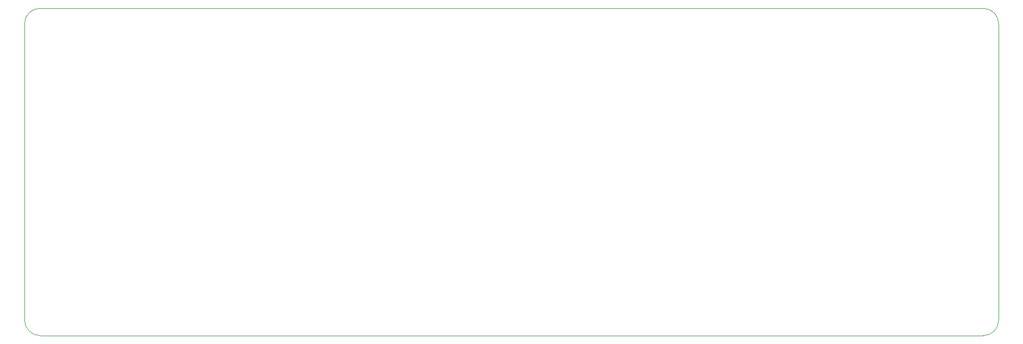
<source format=gbr>
%TF.GenerationSoftware,KiCad,Pcbnew,(5.1.9)-1*%
%TF.CreationDate,2021-02-03T14:21:07-06:00*%
%TF.ProjectId,GPS_Clock_Ver2,4750535f-436c-46f6-936b-5f566572322e,rev?*%
%TF.SameCoordinates,Original*%
%TF.FileFunction,Profile,NP*%
%FSLAX46Y46*%
G04 Gerber Fmt 4.6, Leading zero omitted, Abs format (unit mm)*
G04 Created by KiCad (PCBNEW (5.1.9)-1) date 2021-02-03 14:21:07*
%MOMM*%
%LPD*%
G01*
G04 APERTURE LIST*
%TA.AperFunction,Profile*%
%ADD10C,0.050000*%
%TD*%
G04 APERTURE END LIST*
D10*
X110490000Y-49530000D02*
X264160000Y-49530000D01*
X264160000Y-102870000D02*
X110490000Y-102870000D01*
X266700000Y-52070000D02*
X266700000Y-100330000D01*
X264160000Y-49530000D02*
G75*
G02*
X266700000Y-52070000I0J-2540000D01*
G01*
X266700000Y-100330000D02*
G75*
G02*
X264160000Y-102870000I-2540000J0D01*
G01*
X107950000Y-52070000D02*
X107950000Y-100330000D01*
X110490000Y-102870000D02*
G75*
G02*
X107950000Y-100330000I0J2540000D01*
G01*
X107950000Y-52070000D02*
G75*
G02*
X110490000Y-49530000I2540000J0D01*
G01*
M02*

</source>
